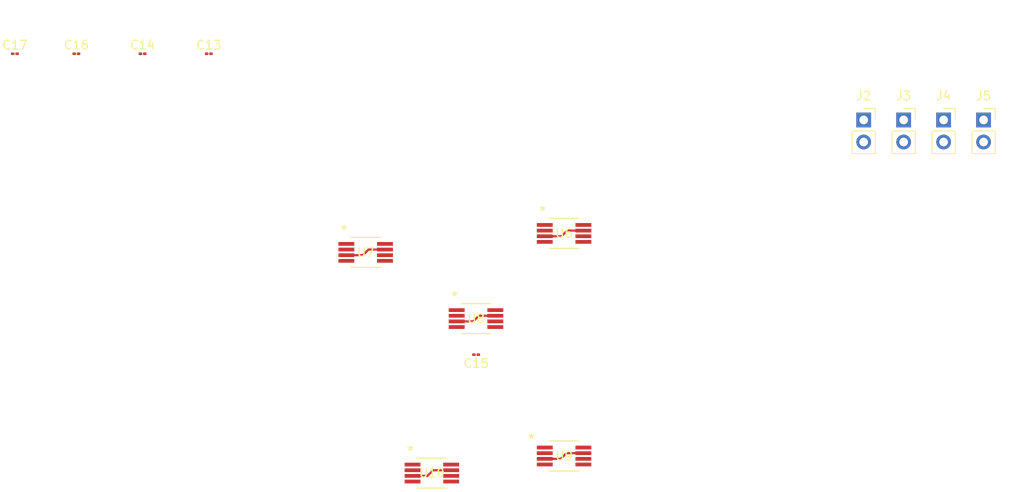
<source format=kicad_pcb>
(kicad_pcb (version 20221018) (generator pcbnew)
  (layers (0 "F.Cu" signal) (31 "B.Cu" signal) (34 "B.Paste" user) (35 "F.Paste" user) (36 "B.SilkS" user "B.Silkscreen") (37 "F.SilkS" user "F.Silkscreen") (38 "B.Mask" user) (39 "F.Mask" user) (44 "Edge.Cuts" user))
  (net 0 "")
  (net 1 "VCC")
  (net 2 "GND")
  (net 3 "P1+")
  (net 4 "P1-")
  (net 5 "P2+")
  (net 6 "P2-")
  (net 7 "P3+")
  (net 8 "P3-")
  (net 9 "P4+")
  (net 10 "P4-")
  (net 11 "Batt_ok")
  (footprint "Capacitor_SMD:C_01005_0402Metric" (layer "F.Cu") (at 58.695 66.04)
    (fp_text reference "C17" (at 0 -1) (layer "F.SilkS"))
    (fp_text value ".1uF")
    (pad "1" smd roundrect (at -0.25 0) (size 0.4 0.3) (layers "F.Cu" "F.Mask") (net 1 "VCC"))
    (pad "2" smd roundrect (at 0.25 0) (size 0.4 0.3) (layers "F.Cu" "F.Mask") (net 2 "GND"))
  )
  (footprint "LIFI-FOOTPRINTS:RM_8_ADI-M" (layer "F.Cu") (at 106.68 114.3)
    (fp_text reference "U10" (at 0 0 unlocked) (layer "F.SilkS"))
    (fp_text value "ADG721BRMZ-REEL")
    (fp_text user "*" (at -2.4765 -2.5498) (layer "F.SilkS"))
    (fp_text user "*" (at -2.4765 -2.5498 unlocked) (layer "F.SilkS"))
    (fp_line (start -1.7272 1.7272) (end 1.7272 1.7272) (stroke (width 0.1524)) (layer "F.SilkS"))
    (fp_line (start 1.7272 -1.7272) (end -1.7272 -1.7272) (stroke (width 0.1524)) (layer "F.SilkS"))
    (pad "1" smd rect (at -2.2225 -0.974999) (size 1.8288 0.4318) (layers "F.Cu" "F.Paste" "F.Mask") (net 6 "P2-"))
    (pad "2" smd rect (at -2.2225 -0.325001) (size 1.8288 0.4318) (layers "F.Cu" "F.Paste" "F.Mask") (net 8 "P3-"))
    (pad "3" smd rect (at -2.2225 0.325001) (size 1.8288 0.4318) (layers "F.Cu" "F.Paste" "F.Mask") (net 11 "Batt_ok"))
    (pad "4" smd rect (at -2.2225 0.974999) (size 1.8288 0.4318) (layers "F.Cu" "F.Paste" "F.Mask") (net 2 "GND"))
    (pad "5" smd rect (at 2.2225 0.974999) (size 1.8288 0.4318) (layers "F.Cu" "F.Paste" "F.Mask") (net 8 "P3-"))
    (pad "6" smd rect (at 2.2225 0.325001) (size 1.8288 0.4318) (layers "F.Cu" "F.Paste" "F.Mask") (net 10 "P4-"))
    (pad "7" smd rect (at 2.2225 -0.325001) (size 1.8288 0.4318) (layers "F.Cu" "F.Paste" "F.Mask") (net 11 "Batt_ok"))
    (pad "8" smd rect (at 2.2225 -0.974999) (size 1.8288 0.4318) (layers "F.Cu" "F.Paste" "F.Mask") (net 1 "VCC"))
  )
  (footprint "Capacitor_SMD:C_01005_0402Metric" (layer "F.Cu") (at 65.765 66.04)
    (fp_text reference "C16" (at 0 -1) (layer "F.SilkS"))
    (fp_text value ".1uF")
    (pad "1" smd roundrect (at -0.25 0) (size 0.4 0.3) (layers "F.Cu" "F.Mask") (net 1 "VCC"))
    (pad "2" smd roundrect (at 0.25 0) (size 0.4 0.3) (layers "F.Cu" "F.Mask") (net 2 "GND"))
  )
  (footprint "LIFI-FOOTPRINTS:RM_8_ADI-M" (layer "F.Cu") (at 111.76 96.52)
    (fp_text reference "U8" (at 0 0 unlocked) (layer "F.SilkS"))
    (fp_text value "ADG721BRMZ-REEL")
    (fp_text user "*" (at -2.4765 -2.5498) (layer "F.SilkS"))
    (fp_text user "*" (at -2.4765 -2.5498 unlocked) (layer "F.SilkS"))
    (fp_line (start -1.7272 1.7272) (end 1.7272 1.7272) (stroke (width 0.1524)) (layer "F.SilkS"))
    (fp_line (start 1.7272 -1.7272) (end -1.7272 -1.7272) (stroke (width 0.1524)) (layer "F.SilkS"))
    (pad "1" smd rect (at -2.2225 -0.974999) (size 1.8288 0.4318) (layers "F.Cu" "F.Paste" "F.Mask") (net 3 "P1+"))
    (pad "2" smd rect (at -2.2225 -0.325001) (size 1.8288 0.4318) (layers "F.Cu" "F.Paste" "F.Mask") (net 5 "P2+"))
    (pad "3" smd rect (at -2.2225 0.325001) (size 1.8288 0.4318) (layers "F.Cu" "F.Paste" "F.Mask") (net 11 "Batt_ok"))
    (pad "4" smd rect (at -2.2225 0.974999) (size 1.8288 0.4318) (layers "F.Cu" "F.Paste" "F.Mask") (net 2 "GND"))
    (pad "5" smd rect (at 2.2225 0.974999) (size 1.8288 0.4318) (layers "F.Cu" "F.Paste" "F.Mask") (net 5 "P2+"))
    (pad "6" smd rect (at 2.2225 0.325001) (size 1.8288 0.4318) (layers "F.Cu" "F.Paste" "F.Mask") (net 7 "P3+"))
    (pad "7" smd rect (at 2.2225 -0.325001) (size 1.8288 0.4318) (layers "F.Cu" "F.Paste" "F.Mask") (net 11 "Batt_ok"))
    (pad "8" smd rect (at 2.2225 -0.974999) (size 1.8288 0.4318) (layers "F.Cu" "F.Paste" "F.Mask") (net 1 "VCC"))
  )
  (footprint "LIFI-FOOTPRINTS:RM_8_ADI-M" (layer "F.Cu") (at 121.8961 86.7194)
    (fp_text reference "U6" (at 0 0 unlocked) (layer "F.SilkS"))
    (fp_text value "ADG722BRMZ-REEL7")
    (fp_text user "*" (at -2.4765 -2.5498) (layer "F.SilkS"))
    (fp_text user "*" (at -2.4765 -2.5498 unlocked) (layer "F.SilkS"))
    (fp_line (start -1.7272 1.7272) (end 1.7272 1.7272) (stroke (width 0.1524)) (layer "F.SilkS"))
    (fp_line (start 1.7272 -1.7272) (end -1.7272 -1.7272) (stroke (width 0.1524)) (layer "F.SilkS"))
    (pad "1" smd rect (at -2.2225 -0.974999) (size 1.8288 0.4318) (layers "F.Cu" "F.Paste" "F.Mask") (net 4 "P1-"))
    (pad "2" smd rect (at -2.2225 -0.325001) (size 1.8288 0.4318) (layers "F.Cu" "F.Paste" "F.Mask") (net 5 "P2+"))
    (pad "3" smd rect (at -2.2225 0.325001) (size 1.8288 0.4318) (layers "F.Cu" "F.Paste" "F.Mask") (net 11 "Batt_ok"))
    (pad "4" smd rect (at -2.2225 0.974999) (size 1.8288 0.4318) (layers "F.Cu" "F.Paste" "F.Mask") (net 2 "GND"))
    (pad "5" smd rect (at 2.2225 0.974999) (size 1.8288 0.4318) (layers "F.Cu" "F.Paste" "F.Mask") (net 6 "P2-"))
    (pad "6" smd rect (at 2.2225 0.325001) (size 1.8288 0.4318) (layers "F.Cu" "F.Paste" "F.Mask") (net 7 "P3+"))
    (pad "7" smd rect (at 2.2225 -0.325001) (size 1.8288 0.4318) (layers "F.Cu" "F.Paste" "F.Mask") (net 11 "Batt_ok"))
    (pad "8" smd rect (at 2.2225 -0.974999) (size 1.8288 0.4318) (layers "F.Cu" "F.Paste" "F.Mask") (net 1 "VCC"))
  )
  (footprint "Connector_PinSocket_2.54mm:PinSocket_1x02_P2.54mm_Vertical" (layer "F.Cu") (at 156.38 73.66)
    (fp_text reference "J2" (at 0 -2.77) (layer "F.SilkS"))
    (fp_text value "Conn_01x02")
    (fp_line (start -1.33 1.27) (end -1.33 3.87) (stroke (width 0.12)) (layer "F.SilkS"))
    (fp_line (start -1.33 1.27) (end 1.33 1.27) (stroke (width 0.12)) (layer "F.SilkS"))
    (fp_line (start -1.33 3.87) (end 1.33 3.87) (stroke (width 0.12)) (layer "F.SilkS"))
    (fp_line (start 0 -1.33) (end 1.33 -1.33) (stroke (width 0.12)) (layer "F.SilkS"))
    (fp_line (start 1.33 -1.33) (end 1.33 0) (stroke (width 0.12)) (layer "F.SilkS"))
    (fp_line (start 1.33 1.27) (end 1.33 3.87) (stroke (width 0.12)) (layer "F.SilkS"))
    (pad "1" thru_hole rect (at 0 0) (size 1.7 1.7) (drill 1) (layers "*.Cu" "*.Mask") (net 3 "P1+"))
    (pad "2" thru_hole oval (at 0 2.54) (size 1.7 1.7) (drill 1) (layers "*.Cu" "*.Mask") (net 4 "P1-"))
  )
  (footprint "Connector_PinSocket_2.54mm:PinSocket_1x02_P2.54mm_Vertical" (layer "F.Cu") (at 170.18 73.66)
    (fp_text reference "J5" (at 0 -2.77) (layer "F.SilkS"))
    (fp_text value "Conn_01x02")
    (fp_line (start -1.33 1.27) (end -1.33 3.87) (stroke (width 0.12)) (layer "F.SilkS"))
    (fp_line (start -1.33 1.27) (end 1.33 1.27) (stroke (width 0.12)) (layer "F.SilkS"))
    (fp_line (start -1.33 3.87) (end 1.33 3.87) (stroke (width 0.12)) (layer "F.SilkS"))
    (fp_line (start 0 -1.33) (end 1.33 -1.33) (stroke (width 0.12)) (layer "F.SilkS"))
    (fp_line (start 1.33 -1.33) (end 1.33 0) (stroke (width 0.12)) (layer "F.SilkS"))
    (fp_line (start 1.33 1.27) (end 1.33 3.87) (stroke (width 0.12)) (layer "F.SilkS"))
    (pad "1" thru_hole rect (at 0 0) (size 1.7 1.7) (drill 1) (layers "*.Cu" "*.Mask") (net 9 "P4+"))
    (pad "2" thru_hole oval (at 0 2.54) (size 1.7 1.7) (drill 1) (layers "*.Cu" "*.Mask") (net 10 "P4-"))
  )
  (footprint "Connector_PinSocket_2.54mm:PinSocket_1x02_P2.54mm_Vertical" (layer "F.Cu") (at 160.98 73.66)
    (fp_text reference "J3" (at 0 -2.77) (layer "F.SilkS"))
    (fp_text value "Conn_01x02")
    (fp_line (start -1.33 1.27) (end -1.33 3.87) (stroke (width 0.12)) (layer "F.SilkS"))
    (fp_line (start -1.33 1.27) (end 1.33 1.27) (stroke (width 0.12)) (layer "F.SilkS"))
    (fp_line (start -1.33 3.87) (end 1.33 3.87) (stroke (width 0.12)) (layer "F.SilkS"))
    (fp_line (start 0 -1.33) (end 1.33 -1.33) (stroke (width 0.12)) (layer "F.SilkS"))
    (fp_line (start 1.33 -1.33) (end 1.33 0) (stroke (width 0.12)) (layer "F.SilkS"))
    (fp_line (start 1.33 1.27) (end 1.33 3.87) (stroke (width 0.12)) (layer "F.SilkS"))
    (pad "1" thru_hole rect (at 0 0) (size 1.7 1.7) (drill 1) (layers "*.Cu" "*.Mask") (net 5 "P2+"))
    (pad "2" thru_hole oval (at 0 2.54) (size 1.7 1.7) (drill 1) (layers "*.Cu" "*.Mask") (net 6 "P2-"))
  )
  (footprint "Capacitor_SMD:C_01005_0402Metric" (layer "F.Cu") (at 81.005 66.04)
    (fp_text reference "C13" (at 0 -1) (layer "F.SilkS"))
    (fp_text value ".1uF")
    (pad "1" smd roundrect (at -0.25 0) (size 0.4 0.3) (layers "F.Cu" "F.Mask") (net 1 "VCC"))
    (pad "2" smd roundrect (at 0.25 0) (size 0.4 0.3) (layers "F.Cu" "F.Mask") (net 2 "GND"))
  )
  (footprint "Connector_PinSocket_2.54mm:PinSocket_1x02_P2.54mm_Vertical" (layer "F.Cu") (at 165.58 73.66)
    (fp_text reference "J4" (at 0 -2.77) (layer "F.SilkS"))
    (fp_text value "Conn_01x02")
    (fp_line (start -1.33 1.27) (end -1.33 3.87) (stroke (width 0.12)) (layer "F.SilkS"))
    (fp_line (start -1.33 1.27) (end 1.33 1.27) (stroke (width 0.12)) (layer "F.SilkS"))
    (fp_line (start -1.33 3.87) (end 1.33 3.87) (stroke (width 0.12)) (layer "F.SilkS"))
    (fp_line (start 0 -1.33) (end 1.33 -1.33) (stroke (width 0.12)) (layer "F.SilkS"))
    (fp_line (start 1.33 -1.33) (end 1.33 0) (stroke (width 0.12)) (layer "F.SilkS"))
    (fp_line (start 1.33 1.27) (end 1.33 3.87) (stroke (width 0.12)) (layer "F.SilkS"))
    (pad "1" thru_hole rect (at 0 0) (size 1.7 1.7) (drill 1) (layers "*.Cu" "*.Mask") (net 7 "P3+"))
    (pad "2" thru_hole oval (at 0 2.54) (size 1.7 1.7) (drill 1) (layers "*.Cu" "*.Mask") (net 8 "P3-"))
  )
  (footprint "LIFI-FOOTPRINTS:RM_8_ADI-M" (layer "F.Cu") (at 99.06 88.9)
    (fp_text reference "U7" (at 0 0 unlocked) (layer "F.SilkS"))
    (fp_text value "ADG722BRMZ-REEL7")
    (fp_text user "*" (at -2.4765 -2.5498) (layer "F.SilkS"))
    (fp_text user "*" (at -2.4765 -2.5498 unlocked) (layer "F.SilkS"))
    (fp_line (start -1.7272 1.7272) (end 1.7272 1.7272) (stroke (width 0.1524)) (layer "F.SilkS"))
    (fp_line (start 1.7272 -1.7272) (end -1.7272 -1.7272) (stroke (width 0.1524)) (layer "F.SilkS"))
    (pad "1" smd rect (at -2.2225 -0.974999) (size 1.8288 0.4318) (layers "F.Cu" "F.Paste" "F.Mask") (net 8 "P3-"))
    (pad "2" smd rect (at -2.2225 -0.325001) (size 1.8288 0.4318) (layers "F.Cu" "F.Paste" "F.Mask") (net 9 "P4+"))
    (pad "3" smd rect (at -2.2225 0.325001) (size 1.8288 0.4318) (layers "F.Cu" "F.Paste" "F.Mask") (net 11 "Batt_ok"))
    (pad "4" smd rect (at -2.2225 0.974999) (size 1.8288 0.4318) (layers "F.Cu" "F.Paste" "F.Mask") (net 2 "GND"))
    (pad "5" smd rect (at 2.2225 0.974999) (size 1.8288 0.4318) (layers "F.Cu" "F.Paste" "F.Mask"))
    (pad "6" smd rect (at 2.2225 0.325001) (size 1.8288 0.4318) (layers "F.Cu" "F.Paste" "F.Mask"))
    (pad "7" smd rect (at 2.2225 -0.325001) (size 1.8288 0.4318) (layers "F.Cu" "F.Paste" "F.Mask") (net 11 "Batt_ok"))
    (pad "8" smd rect (at 2.2225 -0.974999) (size 1.8288 0.4318) (layers "F.Cu" "F.Paste" "F.Mask") (net 1 "VCC"))
  )
  (footprint "Capacitor_SMD:C_01005_0402Metric" (layer "F.Cu") (at 111.775 100.675 180)
    (fp_text reference "C15" (at 0 -1) (layer "F.SilkS"))
    (fp_text value ".1uF")
    (pad "1" smd roundrect (at -0.25 0 180) (size 0.4 0.3) (layers "F.Cu" "F.Mask") (net 1 "VCC"))
    (pad "2" smd roundrect (at 0.25 0 180) (size 0.4 0.3) (layers "F.Cu" "F.Mask") (net 2 "GND"))
  )
  (footprint "Capacitor_SMD:C_01005_0402Metric" (layer "F.Cu") (at 73.385 66.04)
    (fp_text reference "C14" (at 0 -1) (layer "F.SilkS"))
    (fp_text value ".1uF")
    (pad "1" smd roundrect (at -0.25 0) (size 0.4 0.3) (layers "F.Cu" "F.Mask") (net 1 "VCC"))
    (pad "2" smd roundrect (at 0.25 0) (size 0.4 0.3) (layers "F.Cu" "F.Mask") (net 2 "GND"))
  )
  (footprint "LIFI-FOOTPRINTS:RM_8_ADI-M" (layer "F.Cu") (at 121.8961 112.3376)
    (fp_text reference "U9" (at 0 0 unlocked) (layer "F.SilkS"))
    (fp_text value "ADG721BRMZ-REEL")
    (fp_text user "*" (at -3.7711 -1.9376 unlocked) (layer "F.SilkS"))
    (fp_text user "*" (at -3.7711 -1.9376) (layer "F.SilkS"))
    (fp_line (start -1.7272 1.7272) (end 1.7272 1.7272) (stroke (width 0.1524)) (layer "F.SilkS"))
    (fp_line (start 1.7272 -1.7272) (end -1.7272 -1.7272) (stroke (width 0.1524)) (layer "F.SilkS"))
    (pad "1" smd rect (at -2.2225 -0.974999) (size 1.8288 0.4318) (layers "F.Cu" "F.Paste" "F.Mask") (net 7 "P3+"))
    (pad "2" smd rect (at -2.2225 -0.325001) (size 1.8288 0.4318) (layers "F.Cu" "F.Paste" "F.Mask") (net 9 "P4+"))
    (pad "3" smd rect (at -2.2225 0.325001) (size 1.8288 0.4318) (layers "F.Cu" "F.Paste" "F.Mask") (net 11 "Batt_ok"))
    (pad "4" smd rect (at -2.2225 0.974999) (size 1.8288 0.4318) (layers "F.Cu" "F.Paste" "F.Mask") (net 2 "GND"))
    (pad "5" smd rect (at 2.2225 0.974999) (size 1.8288 0.4318) (layers "F.Cu" "F.Paste" "F.Mask") (net 4 "P1-"))
    (pad "6" smd rect (at 2.2225 0.325001) (size 1.8288 0.4318) (layers "F.Cu" "F.Paste" "F.Mask") (net 6 "P2-"))
    (pad "7" smd rect (at 2.2225 -0.325001) (size 1.8288 0.4318) (layers "F.Cu" "F.Paste" "F.Mask") (net 11 "Batt_ok"))
    (pad "8" smd rect (at 2.2225 -0.974999) (size 1.8288 0.4318) (layers "F.Cu" "F.Paste" "F.Mask") (net 1 "VCC"))
  )
  (segment (start 106.174999 114.625001) (end 106.825 113.975) (width 0.25) (layer "F.Cu") (net 11))
  (segment (start 96.8375 89.225001) (end 98.734999 89.225001) (width 0.25) (layer "F.Cu") (net 11))
  (segment (start 121.512399 112.662601) (end 122.162401 112.012599) (width 0.25) (layer "F.Cu") (net 11))
  (segment (start 121.605599 87.044401) (end 122.255601 86.394399) (width 0.25) (layer "F.Cu") (net 11))
  (segment (start 119.6736 87.044401) (end 121.605599 87.044401) (width 0.25) (layer "F.Cu") (net 11))
  (segment (start 122.162401 112.012599) (end 124.1186 112.012599) (width 0.25) (layer "F.Cu") (net 11))
  (segment (start 109.5375 96.845001) (end 111.434999 96.845001) (width 0.25) (layer "F.Cu") (net 11))
  (segment (start 104.4575 114.625001) (end 106.174999 114.625001) (width 0.25) (layer "F.Cu") (net 11))
  (segment (start 112.085001 96.194999) (end 113.9825 96.194999) (width 0.25) (layer "F.Cu") (net 11))
  (segment (start 111.434999 96.845001) (end 112.085001 96.194999) (width 0.25) (layer "F.Cu") (net 11))
  (segment (start 106.825 113.975) (end 108.9025 113.974999) (width 0.25) (layer "F.Cu") (net 11))
  (segment (start 98.734999 89.225001) (end 99.385001 88.574999) (width 0.25) (layer "F.Cu") (net 11))
  (segment (start 119.6736 112.662601) (end 121.512399 112.662601) (width 0.25) (layer "F.Cu") (net 11))
  (segment (start 122.255601 86.394399) (end 124.1186 86.394399) (width 0.25) (layer "F.Cu") (net 11))
  (segment (start 99.385001 88.574999) (end 101.2825 88.574999) (width 0.25) (layer "F.Cu") (net 11))
)
</source>
